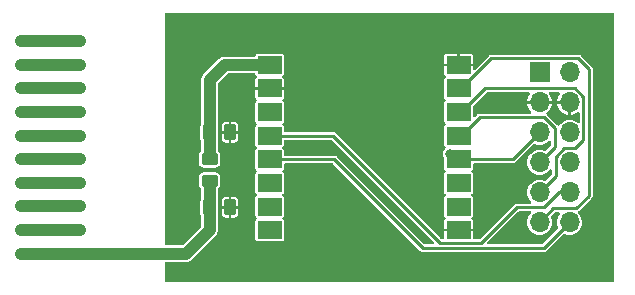
<source format=gbr>
%TF.GenerationSoftware,KiCad,Pcbnew,7.0.10*%
%TF.CreationDate,2024-01-17T20:15:58+01:00*%
%TF.ProjectId,RA01_868,52413031-5f38-4363-982e-6b696361645f,rev?*%
%TF.SameCoordinates,Original*%
%TF.FileFunction,Copper,L1,Top*%
%TF.FilePolarity,Positive*%
%FSLAX46Y46*%
G04 Gerber Fmt 4.6, Leading zero omitted, Abs format (unit mm)*
G04 Created by KiCad (PCBNEW 7.0.10) date 2024-01-17 20:15:58*
%MOMM*%
%LPD*%
G01*
G04 APERTURE LIST*
G04 Aperture macros list*
%AMRoundRect*
0 Rectangle with rounded corners*
0 $1 Rounding radius*
0 $2 $3 $4 $5 $6 $7 $8 $9 X,Y pos of 4 corners*
0 Add a 4 corners polygon primitive as box body*
4,1,4,$2,$3,$4,$5,$6,$7,$8,$9,$2,$3,0*
0 Add four circle primitives for the rounded corners*
1,1,$1+$1,$2,$3*
1,1,$1+$1,$4,$5*
1,1,$1+$1,$6,$7*
1,1,$1+$1,$8,$9*
0 Add four rect primitives between the rounded corners*
20,1,$1+$1,$2,$3,$4,$5,0*
20,1,$1+$1,$4,$5,$6,$7,0*
20,1,$1+$1,$6,$7,$8,$9,0*
20,1,$1+$1,$8,$9,$2,$3,0*%
%AMOutline4P*
0 Free polygon, 4 corners , with rotation*
0 The origin of the aperture is its center*
0 number of corners: always 4*
0 $1 to $8 corner X, Y*
0 $9 Rotation angle, in degrees counterclockwise*
0 create outline with 4 corners*
4,1,4,$1,$2,$3,$4,$5,$6,$7,$8,$1,$2,$9*%
G04 Aperture macros list end*
%TA.AperFunction,EtchedComponent*%
%ADD10C,1.000000*%
%TD*%
%TA.AperFunction,SMDPad,CuDef*%
%ADD11R,2.000000X1.500000*%
%TD*%
%TA.AperFunction,ComponentPad*%
%ADD12R,1.700000X1.700000*%
%TD*%
%TA.AperFunction,ComponentPad*%
%ADD13O,1.700000X1.700000*%
%TD*%
%TA.AperFunction,SMDPad,CuDef*%
%ADD14RoundRect,0.250000X-0.262500X-0.450000X0.262500X-0.450000X0.262500X0.450000X-0.262500X0.450000X0*%
%TD*%
%TA.AperFunction,SMDPad,CuDef*%
%ADD15RoundRect,0.250000X-0.450000X0.262500X-0.450000X-0.262500X0.450000X-0.262500X0.450000X0.262500X0*%
%TD*%
%TA.AperFunction,ComponentPad*%
%ADD16C,1.000000*%
%TD*%
%TA.AperFunction,SMDPad,CuDef*%
%ADD17Outline4P,-0.350000X-0.400000X0.350000X-0.400000X0.050000X0.400000X-0.050000X0.400000X270.000000*%
%TD*%
%TA.AperFunction,ViaPad*%
%ADD18C,0.800000*%
%TD*%
%TA.AperFunction,Conductor*%
%ADD19C,0.250000*%
%TD*%
%TA.AperFunction,Conductor*%
%ADD20C,1.000000*%
%TD*%
G04 APERTURE END LIST*
D10*
%TO.C,AE1*%
X116960000Y-58530000D02*
X105960000Y-58530000D01*
X105960000Y-56530000D02*
X110960000Y-56530000D01*
X105960000Y-54530000D02*
X110960000Y-54530000D01*
X105960000Y-52530000D02*
X110960000Y-52530000D01*
X105960000Y-50530000D02*
X110960000Y-50530000D01*
X105960000Y-48530000D02*
X110960000Y-48530000D01*
X105960000Y-46530000D02*
X110960000Y-46530000D01*
X105960000Y-44530000D02*
X110960000Y-44530000D01*
X105960000Y-42530000D02*
X110960000Y-42530000D01*
X105960000Y-40530000D02*
X110960000Y-40530000D01*
%TD*%
D11*
%TO.P,U1,1,ANT*%
%TO.N,Net-(U1-ANT)*%
X127000000Y-42545000D03*
%TO.P,U1,2,GND*%
%TO.N,GND*%
X127000000Y-44545000D03*
%TO.P,U1,3,VDD*%
%TO.N,VCC*%
X127000000Y-46545000D03*
%TO.P,U1,4,~{RESET}*%
%TO.N,nRESET*%
X127000000Y-48545000D03*
%TO.P,U1,5,DIO0*%
%TO.N,DIO0*%
X127000000Y-50545000D03*
%TO.P,U1,6,DIO1*%
%TO.N,unconnected-(U1-DIO1-Pad6)*%
X127000000Y-52545000D03*
%TO.P,U1,7,DIO2*%
%TO.N,unconnected-(U1-DIO2-Pad7)*%
X127000000Y-54545000D03*
%TO.P,U1,8,DIO3*%
%TO.N,unconnected-(U1-DIO3-Pad8)*%
X127000000Y-56545000D03*
%TO.P,U1,9,GND*%
%TO.N,GND*%
X143000000Y-56545000D03*
%TO.P,U1,10,DIO4*%
%TO.N,unconnected-(U1-DIO4-Pad10)*%
X143000000Y-54545000D03*
%TO.P,U1,11,DIO5*%
%TO.N,unconnected-(U1-DIO5-Pad11)*%
X143000000Y-52545000D03*
%TO.P,U1,12,SCK*%
%TO.N,SCK*%
X143000000Y-50545000D03*
%TO.P,U1,13,MISO*%
%TO.N,MISO*%
X143000000Y-48545000D03*
%TO.P,U1,14,MOSI*%
%TO.N,MOSI*%
X143000000Y-46545000D03*
%TO.P,U1,15,~{NSS}*%
%TO.N,nCS*%
X143000000Y-44545000D03*
%TO.P,U1,16,GND*%
%TO.N,GND*%
X143000000Y-42545000D03*
%TD*%
D12*
%TO.P,J1,1,Pin_1*%
%TO.N,VCC*%
X149860000Y-43180000D03*
D13*
%TO.P,J1,2,Pin_2*%
X152400000Y-43180000D03*
%TO.P,J1,3,Pin_3*%
%TO.N,GND*%
X149860000Y-45720000D03*
%TO.P,J1,4,Pin_4*%
X152400000Y-45720000D03*
%TO.P,J1,5,Pin_5*%
%TO.N,SCK*%
X149860000Y-48260000D03*
%TO.P,J1,6,Pin_6*%
%TO.N,unconnected-(J1-Pin_6-Pad6)*%
X152400000Y-48260000D03*
%TO.P,J1,7,Pin_7*%
%TO.N,MISO*%
X149860000Y-50800000D03*
%TO.P,J1,8,Pin_8*%
%TO.N,nCS2*%
X152400000Y-50800000D03*
%TO.P,J1,9,Pin_9*%
%TO.N,MOSI*%
X149860000Y-53340000D03*
%TO.P,J1,10,Pin_10*%
%TO.N,nRESET*%
X152400000Y-53340000D03*
%TO.P,J1,11,Pin_11*%
%TO.N,nCS*%
X149860000Y-55880000D03*
%TO.P,J1,12,Pin_12*%
%TO.N,DIO0*%
X152400000Y-55880000D03*
%TD*%
D14*
%TO.P,M3,1*%
%TO.N,Net-(AE1-A)*%
X121832500Y-54610000D03*
%TO.P,M3,2*%
%TO.N,GND*%
X123657500Y-54610000D03*
%TD*%
%TO.P,M1,1*%
%TO.N,Net-(U1-ANT)*%
X121832500Y-48260000D03*
%TO.P,M1,2*%
%TO.N,GND*%
X123657500Y-48260000D03*
%TD*%
D15*
%TO.P,M2,1*%
%TO.N,Net-(U1-ANT)*%
X121920000Y-50522500D03*
%TO.P,M2,2*%
%TO.N,Net-(AE1-A)*%
X121920000Y-52347500D03*
%TD*%
D16*
%TO.P,AE1,*%
%TO.N,*%
X105960000Y-58530000D03*
X105960000Y-56530000D03*
X110960000Y-56530000D03*
X105960000Y-54530000D03*
X110960000Y-54530000D03*
X105960000Y-52530000D03*
X110960000Y-52530000D03*
X105960000Y-50530000D03*
X110960000Y-50530000D03*
X105960000Y-48530000D03*
X110960000Y-48530000D03*
X105960000Y-46530000D03*
X110960000Y-46530000D03*
X105960000Y-44530000D03*
X110960000Y-44530000D03*
X105960000Y-42530000D03*
X110960000Y-42530000D03*
X105960000Y-40530000D03*
X110960000Y-40530000D03*
D17*
%TO.P,AE1,1,A*%
%TO.N,Net-(AE1-A)*%
X117660000Y-58530000D03*
%TD*%
D18*
%TO.N,GND*%
X146050000Y-55245000D03*
X148590000Y-57150000D03*
X128905000Y-49530000D03*
%TO.N,MISO*%
X143000000Y-48545000D03*
%TO.N,MOSI*%
X142785000Y-46545000D03*
%TO.N,SCK*%
X142255329Y-50075000D03*
%TO.N,VCC*%
X127000000Y-46545000D03*
%TO.N,GND*%
X142875000Y-38735000D03*
X155575000Y-40005000D03*
X154305000Y-60325000D03*
X155575000Y-56515000D03*
X128905000Y-60325000D03*
X123825000Y-60325000D03*
X155575000Y-55245000D03*
X126365000Y-38735000D03*
X155575000Y-41275000D03*
X130175000Y-38735000D03*
X135255000Y-38735000D03*
X132715000Y-60325000D03*
X149225000Y-60325000D03*
X128905000Y-38735000D03*
X155575000Y-57785000D03*
X139065000Y-60325000D03*
X126365000Y-60325000D03*
X144145000Y-38735000D03*
X150495000Y-38735000D03*
X132715000Y-38735000D03*
X131445000Y-60325000D03*
X155575000Y-59055000D03*
X151765000Y-60325000D03*
X137795000Y-60325000D03*
X122555000Y-38735000D03*
X155575000Y-38735000D03*
X121285000Y-60325000D03*
X153035000Y-60325000D03*
X145415000Y-38735000D03*
X154305000Y-38735000D03*
X127635000Y-38735000D03*
X133985000Y-60325000D03*
X155575000Y-43815000D03*
X144145000Y-60325000D03*
X155575000Y-45085000D03*
X127635000Y-60325000D03*
X155575000Y-53975000D03*
X155575000Y-51435000D03*
X125095000Y-38735000D03*
X150495000Y-60325000D03*
X155575000Y-42545000D03*
X122555000Y-60325000D03*
X151765000Y-38735000D03*
X137795000Y-38735000D03*
X121285000Y-38735000D03*
X153035000Y-38735000D03*
X155575000Y-52705000D03*
X125095000Y-60325000D03*
X142875000Y-60325000D03*
X120015000Y-38735000D03*
X140335000Y-60325000D03*
X130175000Y-60325000D03*
X149225000Y-38735000D03*
X118745000Y-38735000D03*
X155575000Y-50165000D03*
X155575000Y-47625000D03*
X146685000Y-38735000D03*
X118745000Y-60325000D03*
X146685000Y-60325000D03*
X155575000Y-46355000D03*
X135255000Y-60325000D03*
X141605000Y-60325000D03*
X155575000Y-60325000D03*
X136525000Y-38735000D03*
X133985000Y-38735000D03*
X155575000Y-48895000D03*
X139065000Y-38735000D03*
X120015000Y-60325000D03*
X123825000Y-38735000D03*
X145415000Y-60325000D03*
X141605000Y-38735000D03*
X147955000Y-38735000D03*
X147955000Y-60325000D03*
X136525000Y-60325000D03*
X140335000Y-38735000D03*
X131445000Y-38735000D03*
%TD*%
D19*
%TO.N,nRESET*%
X150251701Y-54610000D02*
X147955000Y-54610000D01*
X127000000Y-48545000D02*
X132365000Y-48545000D01*
X132365000Y-48545000D02*
X141440000Y-57620000D01*
X141440000Y-57620000D02*
X144945000Y-57620000D01*
X144945000Y-57620000D02*
X147955000Y-54610000D01*
%TO.N,DIO0*%
X127000000Y-50545000D02*
X132460000Y-50545000D01*
X132460000Y-50545000D02*
X139985000Y-58070000D01*
X139985000Y-58070000D02*
X150210000Y-58070000D01*
X150210000Y-58070000D02*
X152400000Y-55880000D01*
%TO.N,nRESET*%
X152400000Y-53340000D02*
X151521701Y-53340000D01*
X151521701Y-53340000D02*
X150251701Y-54610000D01*
%TO.N,nCS*%
X143000000Y-44545000D02*
X143250000Y-44545000D01*
X143250000Y-44545000D02*
X145790000Y-42005000D01*
X145790000Y-42005000D02*
X153130000Y-42005000D01*
X154025000Y-42900000D02*
X154025000Y-53620000D01*
X153130000Y-42005000D02*
X154025000Y-42900000D01*
X154025000Y-53620000D02*
X152940000Y-54705000D01*
X152940000Y-54705000D02*
X151035000Y-54705000D01*
X151035000Y-54705000D02*
X149860000Y-55880000D01*
%TO.N,MOSI*%
X143000000Y-46545000D02*
X143250000Y-46545000D01*
X152886701Y-49625000D02*
X151913299Y-49625000D01*
X151913299Y-49625000D02*
X151225000Y-50313299D01*
X143250000Y-46545000D02*
X145250000Y-44545000D01*
X145250000Y-44545000D02*
X152886701Y-44545000D01*
X152886701Y-44545000D02*
X153575000Y-45233299D01*
X153575000Y-45233299D02*
X153575000Y-48936701D01*
X153575000Y-48936701D02*
X152886701Y-49625000D01*
X151225000Y-50313299D02*
X151225000Y-51975000D01*
X151225000Y-51975000D02*
X149860000Y-53340000D01*
%TO.N,MISO*%
X143000000Y-48545000D02*
X143250000Y-48545000D01*
X143250000Y-48545000D02*
X144805000Y-46990000D01*
X151130000Y-47868299D02*
X151130000Y-49530000D01*
X144805000Y-46990000D02*
X150251701Y-46990000D01*
X150251701Y-46990000D02*
X151130000Y-47868299D01*
X151130000Y-49530000D02*
X149860000Y-50800000D01*
%TO.N,SCK*%
X143000000Y-50545000D02*
X147575000Y-50545000D01*
X147575000Y-50545000D02*
X149860000Y-48260000D01*
%TO.N,GND*%
X149860000Y-45720000D02*
X152400000Y-45720000D01*
D20*
%TO.N,Net-(AE1-A)*%
X115000000Y-58530000D02*
X119905000Y-58530000D01*
X119905000Y-58530000D02*
X121920000Y-56515000D01*
X121920000Y-56515000D02*
X121920000Y-52895000D01*
%TO.N,Net-(U1-ANT)*%
X126350000Y-42545000D02*
X126365000Y-42530000D01*
X121920000Y-43815000D02*
X121920000Y-50522500D01*
X123190000Y-42545000D02*
X126350000Y-42545000D01*
X121920000Y-43815000D02*
X123190000Y-42545000D01*
%TD*%
%TA.AperFunction,Conductor*%
%TO.N,GND*%
G36*
X132247357Y-48889407D02*
G01*
X132259170Y-48899496D01*
X140935170Y-57575496D01*
X140962947Y-57630013D01*
X140953376Y-57690445D01*
X140910111Y-57733710D01*
X140865166Y-57744500D01*
X140160834Y-57744500D01*
X140102643Y-57725593D01*
X140090830Y-57715504D01*
X132703268Y-50327942D01*
X132697434Y-50321574D01*
X132672456Y-50291806D01*
X132638795Y-50272372D01*
X132631512Y-50267732D01*
X132599685Y-50245446D01*
X132599679Y-50245443D01*
X132598224Y-50245054D01*
X132574348Y-50235164D01*
X132573045Y-50234411D01*
X132534779Y-50227664D01*
X132526350Y-50225795D01*
X132498305Y-50218281D01*
X132488807Y-50215736D01*
X132488806Y-50215736D01*
X132488805Y-50215736D01*
X132450095Y-50219123D01*
X132441466Y-50219500D01*
X128299500Y-50219500D01*
X128241309Y-50200593D01*
X128205345Y-50151093D01*
X128200500Y-50120500D01*
X128200500Y-49775253D01*
X128200498Y-49775241D01*
X128197711Y-49761231D01*
X128188867Y-49716769D01*
X128144552Y-49650448D01*
X128109930Y-49627314D01*
X128072052Y-49579265D01*
X128069650Y-49518127D01*
X128103643Y-49467254D01*
X128109924Y-49462689D01*
X128144552Y-49439552D01*
X128188867Y-49373231D01*
X128200500Y-49314748D01*
X128200500Y-48969500D01*
X128219407Y-48911309D01*
X128268907Y-48875345D01*
X128299500Y-48870500D01*
X132189166Y-48870500D01*
X132247357Y-48889407D01*
G37*
%TD.AperFunction*%
%TA.AperFunction,Conductor*%
G36*
X149136468Y-54954407D02*
G01*
X149172432Y-55003907D01*
X149172432Y-55065093D01*
X149141082Y-55111028D01*
X149113595Y-55133585D01*
X149113585Y-55133595D01*
X148982316Y-55293547D01*
X148884768Y-55476045D01*
X148824699Y-55674065D01*
X148824698Y-55674070D01*
X148804417Y-55879996D01*
X148804417Y-55880003D01*
X148824698Y-56085929D01*
X148824699Y-56085934D01*
X148884768Y-56283954D01*
X148982316Y-56466452D01*
X149111130Y-56623413D01*
X149113590Y-56626410D01*
X149113595Y-56626414D01*
X149273547Y-56757683D01*
X149273548Y-56757683D01*
X149273550Y-56757685D01*
X149456046Y-56855232D01*
X149537901Y-56880062D01*
X149654065Y-56915300D01*
X149654070Y-56915301D01*
X149859997Y-56935583D01*
X149860000Y-56935583D01*
X149860003Y-56935583D01*
X150065929Y-56915301D01*
X150065934Y-56915300D01*
X150263954Y-56855232D01*
X150446450Y-56757685D01*
X150606410Y-56626410D01*
X150737685Y-56466450D01*
X150835232Y-56283954D01*
X150895300Y-56085934D01*
X150895301Y-56085929D01*
X150915583Y-55880003D01*
X150915583Y-55879996D01*
X150895301Y-55674070D01*
X150895300Y-55674065D01*
X150847997Y-55518127D01*
X150835232Y-55476046D01*
X150831196Y-55468496D01*
X150820438Y-55408267D01*
X150847137Y-55353214D01*
X150848444Y-55351880D01*
X151140830Y-55059496D01*
X151195346Y-55031719D01*
X151210833Y-55030500D01*
X151528876Y-55030500D01*
X151587067Y-55049407D01*
X151623031Y-55098907D01*
X151623031Y-55160093D01*
X151605404Y-55192305D01*
X151522317Y-55293547D01*
X151522316Y-55293547D01*
X151424768Y-55476045D01*
X151364699Y-55674065D01*
X151364698Y-55674070D01*
X151344417Y-55879996D01*
X151344417Y-55880003D01*
X151364698Y-56085929D01*
X151364699Y-56085934D01*
X151406837Y-56224843D01*
X151424768Y-56283954D01*
X151428802Y-56291501D01*
X151439560Y-56351732D01*
X151412860Y-56406785D01*
X151411497Y-56408175D01*
X150104170Y-57715504D01*
X150049653Y-57743281D01*
X150034166Y-57744500D01*
X145519834Y-57744500D01*
X145461643Y-57725593D01*
X145425679Y-57676093D01*
X145425679Y-57614907D01*
X145449830Y-57575496D01*
X148060830Y-54964496D01*
X148115347Y-54936719D01*
X148130834Y-54935500D01*
X149078277Y-54935500D01*
X149136468Y-54954407D01*
G37*
%TD.AperFunction*%
%TA.AperFunction,Conductor*%
G36*
X151587713Y-44889407D02*
G01*
X151623677Y-44938907D01*
X151623677Y-45000093D01*
X151606050Y-45032305D01*
X151522731Y-45133829D01*
X151522724Y-45133839D01*
X151425234Y-45316232D01*
X151425232Y-45316237D01*
X151365191Y-45514163D01*
X151365190Y-45514168D01*
X151354767Y-45619999D01*
X151354768Y-45620000D01*
X151908254Y-45620000D01*
X151900000Y-45648111D01*
X151900000Y-45791889D01*
X151908254Y-45820000D01*
X151354767Y-45820000D01*
X151365190Y-45925831D01*
X151365191Y-45925836D01*
X151425232Y-46123762D01*
X151425234Y-46123767D01*
X151522724Y-46306160D01*
X151522731Y-46306170D01*
X151653940Y-46466050D01*
X151653949Y-46466059D01*
X151813829Y-46597268D01*
X151813839Y-46597275D01*
X151996232Y-46694765D01*
X151996237Y-46694767D01*
X152194166Y-46754808D01*
X152299998Y-46765231D01*
X152300000Y-46765230D01*
X152300000Y-46210764D01*
X152364237Y-46220000D01*
X152435763Y-46220000D01*
X152500000Y-46210764D01*
X152500000Y-46765230D01*
X152500001Y-46765231D01*
X152605833Y-46754808D01*
X152803762Y-46694767D01*
X152803767Y-46694765D01*
X152986160Y-46597275D01*
X152986170Y-46597268D01*
X153087695Y-46513950D01*
X153144672Y-46491650D01*
X153203875Y-46507099D01*
X153242690Y-46554396D01*
X153249500Y-46590478D01*
X153249500Y-47388876D01*
X153230593Y-47447067D01*
X153181093Y-47483031D01*
X153119907Y-47483031D01*
X153087695Y-47465404D01*
X153017326Y-47407654D01*
X152986452Y-47382316D01*
X152803954Y-47284768D01*
X152605934Y-47224699D01*
X152605929Y-47224698D01*
X152400003Y-47204417D01*
X152399997Y-47204417D01*
X152194070Y-47224698D01*
X152194065Y-47224699D01*
X151996045Y-47284768D01*
X151813547Y-47382316D01*
X151653595Y-47513585D01*
X151653585Y-47513595D01*
X151536555Y-47656198D01*
X151485024Y-47689185D01*
X151423945Y-47685583D01*
X151390002Y-47661204D01*
X151389829Y-47661411D01*
X151387091Y-47659113D01*
X151384190Y-47657030D01*
X151383195Y-47655844D01*
X151353434Y-47630872D01*
X151347066Y-47625038D01*
X150494969Y-46772942D01*
X150489135Y-46766574D01*
X150464156Y-46736805D01*
X150462581Y-46735484D01*
X150461221Y-46733308D01*
X150458589Y-46730171D01*
X150459029Y-46729801D01*
X150430158Y-46683596D01*
X150434426Y-46622560D01*
X150463413Y-46583117D01*
X150606052Y-46466057D01*
X150606059Y-46466050D01*
X150737268Y-46306170D01*
X150737275Y-46306160D01*
X150834765Y-46123767D01*
X150834767Y-46123762D01*
X150894808Y-45925836D01*
X150894809Y-45925831D01*
X150905232Y-45820000D01*
X150351746Y-45820000D01*
X150360000Y-45791889D01*
X150360000Y-45648111D01*
X150351746Y-45620000D01*
X150905232Y-45620000D01*
X150905232Y-45619999D01*
X150894809Y-45514168D01*
X150894808Y-45514163D01*
X150834767Y-45316237D01*
X150834765Y-45316232D01*
X150737275Y-45133839D01*
X150737268Y-45133829D01*
X150653950Y-45032305D01*
X150631650Y-44975328D01*
X150647099Y-44916125D01*
X150694396Y-44877310D01*
X150730478Y-44870500D01*
X151529522Y-44870500D01*
X151587713Y-44889407D01*
G37*
%TD.AperFunction*%
%TA.AperFunction,Conductor*%
G36*
X149047713Y-44889407D02*
G01*
X149083677Y-44938907D01*
X149083677Y-45000093D01*
X149066050Y-45032305D01*
X148982731Y-45133829D01*
X148982724Y-45133839D01*
X148885234Y-45316232D01*
X148885232Y-45316237D01*
X148825191Y-45514163D01*
X148825190Y-45514168D01*
X148814767Y-45619999D01*
X148814768Y-45620000D01*
X149368254Y-45620000D01*
X149360000Y-45648111D01*
X149360000Y-45791889D01*
X149368254Y-45820000D01*
X148814767Y-45820000D01*
X148825190Y-45925831D01*
X148825191Y-45925836D01*
X148885232Y-46123762D01*
X148885234Y-46123767D01*
X148982724Y-46306160D01*
X148982731Y-46306170D01*
X149113940Y-46466050D01*
X149113953Y-46466063D01*
X149141868Y-46488972D01*
X149174856Y-46540503D01*
X149171255Y-46601582D01*
X149132439Y-46648879D01*
X149079064Y-46664500D01*
X144823534Y-46664500D01*
X144814905Y-46664123D01*
X144776194Y-46660736D01*
X144776187Y-46660736D01*
X144738649Y-46670794D01*
X144730223Y-46672662D01*
X144691960Y-46679410D01*
X144691948Y-46679414D01*
X144690640Y-46680170D01*
X144666786Y-46690051D01*
X144665324Y-46690442D01*
X144665317Y-46690445D01*
X144665316Y-46690446D01*
X144633475Y-46712740D01*
X144626205Y-46717371D01*
X144592545Y-46736805D01*
X144567563Y-46766577D01*
X144561730Y-46772942D01*
X144369504Y-46965169D01*
X144314987Y-46992947D01*
X144254555Y-46983376D01*
X144211290Y-46940111D01*
X144200500Y-46895166D01*
X144200500Y-46095834D01*
X144219407Y-46037643D01*
X144229496Y-46025830D01*
X145355830Y-44899496D01*
X145410347Y-44871719D01*
X145425834Y-44870500D01*
X148989522Y-44870500D01*
X149047713Y-44889407D01*
G37*
%TD.AperFunction*%
%TA.AperFunction,Conductor*%
G36*
X156143691Y-38144407D02*
G01*
X156179655Y-38193907D01*
X156184500Y-38224500D01*
X156184500Y-60835500D01*
X156165593Y-60893691D01*
X156116093Y-60929655D01*
X156085500Y-60934500D01*
X118209000Y-60934500D01*
X118150809Y-60915593D01*
X118114845Y-60866093D01*
X118110000Y-60835500D01*
X118110000Y-59329500D01*
X118128907Y-59271309D01*
X118178407Y-59235345D01*
X118209000Y-59230500D01*
X119880845Y-59230500D01*
X119886822Y-59230680D01*
X119916656Y-59232485D01*
X119947605Y-59234358D01*
X119947605Y-59234357D01*
X119947606Y-59234358D01*
X120007539Y-59223374D01*
X120013419Y-59222479D01*
X120073872Y-59215140D01*
X120085462Y-59210744D01*
X120102725Y-59205931D01*
X120114932Y-59203695D01*
X120170487Y-59178690D01*
X120176003Y-59176407D01*
X120177896Y-59175689D01*
X120232930Y-59154818D01*
X120243142Y-59147768D01*
X120258750Y-59138965D01*
X120270057Y-59133878D01*
X120270057Y-59133877D01*
X120270059Y-59133877D01*
X120317995Y-59096321D01*
X120322813Y-59092775D01*
X120372929Y-59058183D01*
X120413312Y-59012598D01*
X120417378Y-59008277D01*
X122110909Y-57314746D01*
X125799500Y-57314746D01*
X125799501Y-57314758D01*
X125811132Y-57373227D01*
X125811133Y-57373231D01*
X125855448Y-57439552D01*
X125921769Y-57483867D01*
X125966231Y-57492711D01*
X125980241Y-57495498D01*
X125980246Y-57495498D01*
X125980252Y-57495500D01*
X125980253Y-57495500D01*
X128019747Y-57495500D01*
X128019748Y-57495500D01*
X128078231Y-57483867D01*
X128144552Y-57439552D01*
X128188867Y-57373231D01*
X128200500Y-57314748D01*
X128200500Y-55775252D01*
X128188867Y-55716769D01*
X128144552Y-55650448D01*
X128109930Y-55627314D01*
X128072052Y-55579265D01*
X128069650Y-55518127D01*
X128103643Y-55467254D01*
X128109924Y-55462689D01*
X128144552Y-55439552D01*
X128188867Y-55373231D01*
X128200500Y-55314748D01*
X128200500Y-53775252D01*
X128188867Y-53716769D01*
X128144552Y-53650448D01*
X128109930Y-53627314D01*
X128072052Y-53579265D01*
X128069650Y-53518127D01*
X128103643Y-53467254D01*
X128109924Y-53462689D01*
X128144552Y-53439552D01*
X128188867Y-53373231D01*
X128200500Y-53314748D01*
X128200500Y-51775252D01*
X128188867Y-51716769D01*
X128144552Y-51650448D01*
X128109930Y-51627314D01*
X128072052Y-51579265D01*
X128069650Y-51518127D01*
X128103643Y-51467254D01*
X128109924Y-51462689D01*
X128144552Y-51439552D01*
X128188867Y-51373231D01*
X128200500Y-51314748D01*
X128200500Y-50969500D01*
X128219407Y-50911309D01*
X128268907Y-50875345D01*
X128299500Y-50870500D01*
X132284166Y-50870500D01*
X132342357Y-50889407D01*
X132354170Y-50899496D01*
X139741730Y-58287056D01*
X139747564Y-58293423D01*
X139772545Y-58323194D01*
X139806209Y-58342630D01*
X139813482Y-58347264D01*
X139834173Y-58361752D01*
X139845316Y-58369554D01*
X139846767Y-58369942D01*
X139870659Y-58379840D01*
X139871954Y-58380588D01*
X139910220Y-58387335D01*
X139918652Y-58389204D01*
X139956193Y-58399264D01*
X139994905Y-58395876D01*
X140003534Y-58395500D01*
X150191466Y-58395500D01*
X150200094Y-58395876D01*
X150238807Y-58399264D01*
X150276354Y-58389202D01*
X150284784Y-58387334D01*
X150323045Y-58380588D01*
X150324345Y-58379838D01*
X150348236Y-58369942D01*
X150348464Y-58369880D01*
X150349684Y-58369554D01*
X150381533Y-58347251D01*
X150388779Y-58342635D01*
X150422455Y-58323194D01*
X150447443Y-58293413D01*
X150453254Y-58287070D01*
X151871824Y-56868500D01*
X151926339Y-56840725D01*
X151986771Y-56850296D01*
X151988493Y-56851195D01*
X151996046Y-56855232D01*
X152077884Y-56880057D01*
X152194065Y-56915300D01*
X152194070Y-56915301D01*
X152399997Y-56935583D01*
X152400000Y-56935583D01*
X152400003Y-56935583D01*
X152605929Y-56915301D01*
X152605934Y-56915300D01*
X152803954Y-56855232D01*
X152986450Y-56757685D01*
X153146410Y-56626410D01*
X153277685Y-56466450D01*
X153375232Y-56283954D01*
X153435300Y-56085934D01*
X153435301Y-56085929D01*
X153455583Y-55880003D01*
X153455583Y-55879996D01*
X153435301Y-55674070D01*
X153435300Y-55674065D01*
X153404301Y-55571874D01*
X153375232Y-55476046D01*
X153277685Y-55293550D01*
X153260723Y-55272882D01*
X153146414Y-55133595D01*
X153146410Y-55133590D01*
X153134016Y-55123418D01*
X153101030Y-55071888D01*
X153104633Y-55010809D01*
X153143449Y-54963512D01*
X153147289Y-54961176D01*
X153152455Y-54958194D01*
X153177443Y-54928413D01*
X153183254Y-54922070D01*
X154242066Y-53863258D01*
X154248425Y-53857433D01*
X154278194Y-53832455D01*
X154297635Y-53798779D01*
X154302251Y-53791533D01*
X154324554Y-53759684D01*
X154324942Y-53758236D01*
X154334838Y-53734345D01*
X154335588Y-53733045D01*
X154342334Y-53694784D01*
X154344204Y-53686348D01*
X154354264Y-53648807D01*
X154350877Y-53610091D01*
X154350500Y-53601463D01*
X154350500Y-42918524D01*
X154350877Y-42909895D01*
X154354263Y-42871193D01*
X154344201Y-42833642D01*
X154342335Y-42825224D01*
X154335588Y-42786954D01*
X154334840Y-42785659D01*
X154324942Y-42761767D01*
X154324554Y-42760316D01*
X154302264Y-42728482D01*
X154297630Y-42721209D01*
X154278194Y-42687545D01*
X154248428Y-42662568D01*
X154242060Y-42656734D01*
X153373268Y-41787942D01*
X153367434Y-41781574D01*
X153342456Y-41751806D01*
X153308795Y-41732372D01*
X153301512Y-41727732D01*
X153269685Y-41705446D01*
X153269679Y-41705443D01*
X153268224Y-41705054D01*
X153244348Y-41695164D01*
X153243045Y-41694411D01*
X153204779Y-41687664D01*
X153196350Y-41685795D01*
X153171448Y-41679123D01*
X153158807Y-41675736D01*
X153158806Y-41675736D01*
X153158805Y-41675736D01*
X153120095Y-41679123D01*
X153111466Y-41679500D01*
X145808522Y-41679500D01*
X145799893Y-41679123D01*
X145761194Y-41675737D01*
X145761185Y-41675737D01*
X145723659Y-41685792D01*
X145715235Y-41687660D01*
X145676958Y-41694410D01*
X145676951Y-41694413D01*
X145675632Y-41695175D01*
X145651790Y-41705050D01*
X145650326Y-41705442D01*
X145650312Y-41705448D01*
X145618488Y-41727731D01*
X145611209Y-41732368D01*
X145577546Y-41751804D01*
X145552574Y-41781564D01*
X145546741Y-41787930D01*
X144369004Y-42965668D01*
X144314487Y-42993445D01*
X144254055Y-42983874D01*
X144210790Y-42940609D01*
X144200000Y-42895664D01*
X144200000Y-42645001D01*
X144199999Y-42645000D01*
X141800001Y-42645000D01*
X141800000Y-42645001D01*
X141800000Y-43314700D01*
X141811603Y-43373036D01*
X141855806Y-43439189D01*
X141855810Y-43439193D01*
X141890517Y-43462384D01*
X141928396Y-43510434D01*
X141930798Y-43571572D01*
X141896805Y-43622446D01*
X141890519Y-43627013D01*
X141855450Y-43650446D01*
X141855445Y-43650451D01*
X141811134Y-43716766D01*
X141811132Y-43716772D01*
X141799501Y-43775241D01*
X141799500Y-43775253D01*
X141799500Y-45314746D01*
X141799501Y-45314758D01*
X141811132Y-45373227D01*
X141811134Y-45373233D01*
X141855205Y-45439189D01*
X141855448Y-45439552D01*
X141855451Y-45439554D01*
X141890068Y-45462685D01*
X141927947Y-45510736D01*
X141930349Y-45571874D01*
X141896355Y-45622747D01*
X141890068Y-45627315D01*
X141855451Y-45650445D01*
X141855445Y-45650451D01*
X141811134Y-45716766D01*
X141811132Y-45716772D01*
X141799501Y-45775241D01*
X141799500Y-45775253D01*
X141799500Y-47314746D01*
X141799501Y-47314758D01*
X141811132Y-47373227D01*
X141811134Y-47373233D01*
X141834134Y-47407654D01*
X141855448Y-47439552D01*
X141855451Y-47439554D01*
X141890068Y-47462685D01*
X141927947Y-47510736D01*
X141930349Y-47571874D01*
X141896355Y-47622747D01*
X141890068Y-47627315D01*
X141855451Y-47650445D01*
X141855445Y-47650451D01*
X141811134Y-47716766D01*
X141811132Y-47716772D01*
X141799501Y-47775241D01*
X141799500Y-47775253D01*
X141799500Y-49314746D01*
X141799501Y-49314758D01*
X141811132Y-49373227D01*
X141811134Y-49373233D01*
X141845169Y-49424169D01*
X141855448Y-49439552D01*
X141869712Y-49449083D01*
X141907591Y-49497133D01*
X141909993Y-49558271D01*
X141876000Y-49609145D01*
X141874977Y-49609940D01*
X141827052Y-49646713D01*
X141827042Y-49646723D01*
X141730791Y-49772160D01*
X141730791Y-49772161D01*
X141670286Y-49918233D01*
X141670284Y-49918241D01*
X141649647Y-50074999D01*
X141649647Y-50075000D01*
X141670284Y-50231758D01*
X141670286Y-50231766D01*
X141730791Y-50377838D01*
X141730792Y-50377840D01*
X141730793Y-50377841D01*
X141779042Y-50440720D01*
X141799466Y-50498395D01*
X141799500Y-50500987D01*
X141799500Y-51314746D01*
X141799501Y-51314758D01*
X141811132Y-51373227D01*
X141811134Y-51373233D01*
X141842913Y-51420793D01*
X141855448Y-51439552D01*
X141855451Y-51439554D01*
X141890068Y-51462685D01*
X141927947Y-51510736D01*
X141930349Y-51571874D01*
X141896355Y-51622747D01*
X141890068Y-51627315D01*
X141855451Y-51650445D01*
X141855445Y-51650451D01*
X141811134Y-51716766D01*
X141811132Y-51716772D01*
X141799501Y-51775241D01*
X141799500Y-51775253D01*
X141799500Y-53314746D01*
X141799501Y-53314758D01*
X141805102Y-53342913D01*
X141811133Y-53373231D01*
X141855448Y-53439552D01*
X141855451Y-53439554D01*
X141890068Y-53462685D01*
X141927947Y-53510736D01*
X141930349Y-53571874D01*
X141896355Y-53622747D01*
X141890068Y-53627315D01*
X141855451Y-53650445D01*
X141855445Y-53650451D01*
X141811134Y-53716766D01*
X141811132Y-53716772D01*
X141799501Y-53775241D01*
X141799500Y-53775253D01*
X141799500Y-55314746D01*
X141799501Y-55314758D01*
X141811132Y-55373227D01*
X141811134Y-55373233D01*
X141855445Y-55439548D01*
X141855448Y-55439552D01*
X141855451Y-55439554D01*
X141890517Y-55462985D01*
X141928396Y-55511035D01*
X141930798Y-55572174D01*
X141896804Y-55623047D01*
X141890518Y-55627614D01*
X141855812Y-55650804D01*
X141855806Y-55650810D01*
X141811603Y-55716963D01*
X141800000Y-55775299D01*
X141800000Y-56444999D01*
X141800001Y-56445000D01*
X144199999Y-56445000D01*
X144200000Y-56444999D01*
X144200000Y-55775302D01*
X144199999Y-55775299D01*
X144188396Y-55716963D01*
X144144193Y-55650810D01*
X144144188Y-55650805D01*
X144109482Y-55627615D01*
X144071603Y-55579565D01*
X144069201Y-55518426D01*
X144103194Y-55467553D01*
X144109474Y-55462990D01*
X144144552Y-55439552D01*
X144188867Y-55373231D01*
X144200500Y-55314748D01*
X144200500Y-53775252D01*
X144188867Y-53716769D01*
X144144552Y-53650448D01*
X144109930Y-53627314D01*
X144072052Y-53579265D01*
X144069650Y-53518127D01*
X144103643Y-53467254D01*
X144109924Y-53462689D01*
X144144552Y-53439552D01*
X144188867Y-53373231D01*
X144200500Y-53314748D01*
X144200500Y-51775252D01*
X144188867Y-51716769D01*
X144144552Y-51650448D01*
X144109930Y-51627314D01*
X144072052Y-51579265D01*
X144069650Y-51518127D01*
X144103643Y-51467254D01*
X144109924Y-51462689D01*
X144144552Y-51439552D01*
X144188867Y-51373231D01*
X144200500Y-51314748D01*
X144200500Y-50969500D01*
X144219407Y-50911309D01*
X144268907Y-50875345D01*
X144299500Y-50870500D01*
X147556466Y-50870500D01*
X147565094Y-50870876D01*
X147603807Y-50874264D01*
X147641354Y-50864202D01*
X147649784Y-50862334D01*
X147688045Y-50855588D01*
X147689345Y-50854838D01*
X147713236Y-50844942D01*
X147713464Y-50844880D01*
X147714684Y-50844554D01*
X147746533Y-50822251D01*
X147753779Y-50817635D01*
X147787455Y-50798194D01*
X147812443Y-50768413D01*
X147818254Y-50762070D01*
X149331824Y-49248500D01*
X149386339Y-49220725D01*
X149446771Y-49230296D01*
X149448493Y-49231195D01*
X149456046Y-49235232D01*
X149567841Y-49269144D01*
X149654065Y-49295300D01*
X149654070Y-49295301D01*
X149859997Y-49315583D01*
X149860000Y-49315583D01*
X149860003Y-49315583D01*
X150065929Y-49295301D01*
X150065934Y-49295300D01*
X150069751Y-49294142D01*
X150263954Y-49235232D01*
X150446450Y-49137685D01*
X150606410Y-49006410D01*
X150628973Y-48978916D01*
X150680502Y-48945930D01*
X150741581Y-48949531D01*
X150788879Y-48988346D01*
X150804500Y-49041722D01*
X150804500Y-49354165D01*
X150785593Y-49412356D01*
X150775504Y-49424168D01*
X150388174Y-49811497D01*
X150333659Y-49839274D01*
X150273227Y-49829703D01*
X150271504Y-49828803D01*
X150263959Y-49824770D01*
X150263954Y-49824768D01*
X150065934Y-49764699D01*
X150065929Y-49764698D01*
X149860003Y-49744417D01*
X149859997Y-49744417D01*
X149654070Y-49764698D01*
X149654065Y-49764699D01*
X149456045Y-49824768D01*
X149273547Y-49922316D01*
X149113595Y-50053585D01*
X149113585Y-50053595D01*
X148982316Y-50213547D01*
X148884768Y-50396045D01*
X148824699Y-50594065D01*
X148824698Y-50594070D01*
X148804417Y-50799996D01*
X148804417Y-50800003D01*
X148824698Y-51005929D01*
X148824699Y-51005934D01*
X148884768Y-51203954D01*
X148982316Y-51386452D01*
X149071809Y-51495500D01*
X149113590Y-51546410D01*
X149113595Y-51546414D01*
X149273547Y-51677683D01*
X149273548Y-51677683D01*
X149273550Y-51677685D01*
X149456046Y-51775232D01*
X149593997Y-51817078D01*
X149654065Y-51835300D01*
X149654070Y-51835301D01*
X149859997Y-51855583D01*
X149860000Y-51855583D01*
X149860003Y-51855583D01*
X150065929Y-51835301D01*
X150065934Y-51835300D01*
X150263954Y-51775232D01*
X150446450Y-51677685D01*
X150606410Y-51546410D01*
X150723972Y-51403158D01*
X150775503Y-51370172D01*
X150836582Y-51373774D01*
X150883879Y-51412589D01*
X150899500Y-51465964D01*
X150899500Y-51799165D01*
X150880593Y-51857356D01*
X150870503Y-51869169D01*
X150388174Y-52351497D01*
X150333658Y-52379274D01*
X150273226Y-52369703D01*
X150271548Y-52368827D01*
X150263954Y-52364768D01*
X150217865Y-52350787D01*
X150065934Y-52304699D01*
X150065929Y-52304698D01*
X149860003Y-52284417D01*
X149859997Y-52284417D01*
X149654070Y-52304698D01*
X149654065Y-52304699D01*
X149456045Y-52364768D01*
X149273547Y-52462316D01*
X149113595Y-52593585D01*
X149113585Y-52593595D01*
X148982316Y-52753547D01*
X148884768Y-52936045D01*
X148824699Y-53134065D01*
X148824698Y-53134070D01*
X148804417Y-53339996D01*
X148804417Y-53340003D01*
X148824698Y-53545929D01*
X148824699Y-53545934D01*
X148884768Y-53743954D01*
X148982316Y-53926452D01*
X149113585Y-54086404D01*
X149113590Y-54086410D01*
X149113595Y-54086414D01*
X149141082Y-54108972D01*
X149174069Y-54160503D01*
X149170467Y-54221583D01*
X149131652Y-54268879D01*
X149078277Y-54284500D01*
X147973534Y-54284500D01*
X147964905Y-54284123D01*
X147926194Y-54280736D01*
X147926187Y-54280736D01*
X147888649Y-54290794D01*
X147880223Y-54292662D01*
X147841960Y-54299410D01*
X147841948Y-54299414D01*
X147840640Y-54300170D01*
X147816786Y-54310051D01*
X147815324Y-54310442D01*
X147815317Y-54310445D01*
X147815316Y-54310446D01*
X147783475Y-54332740D01*
X147776205Y-54337371D01*
X147742545Y-54356805D01*
X147717569Y-54386570D01*
X147711736Y-54392936D01*
X144839170Y-57265504D01*
X144784653Y-57293281D01*
X144769166Y-57294500D01*
X144299000Y-57294500D01*
X144240809Y-57275593D01*
X144204845Y-57226093D01*
X144200000Y-57195500D01*
X144200000Y-56645001D01*
X144199999Y-56645000D01*
X141800001Y-56645000D01*
X141800000Y-56645001D01*
X141800000Y-57195500D01*
X141781093Y-57253691D01*
X141731593Y-57289655D01*
X141701000Y-57294500D01*
X141615834Y-57294500D01*
X141557643Y-57275593D01*
X141545830Y-57265504D01*
X132608268Y-48327942D01*
X132602434Y-48321574D01*
X132577456Y-48291806D01*
X132543795Y-48272372D01*
X132536512Y-48267732D01*
X132504685Y-48245446D01*
X132504679Y-48245443D01*
X132503224Y-48245054D01*
X132479348Y-48235164D01*
X132478045Y-48234411D01*
X132439779Y-48227664D01*
X132431350Y-48225795D01*
X132406448Y-48219123D01*
X132393807Y-48215736D01*
X132393806Y-48215736D01*
X132393805Y-48215736D01*
X132355095Y-48219123D01*
X132346466Y-48219500D01*
X128299500Y-48219500D01*
X128241309Y-48200593D01*
X128205345Y-48151093D01*
X128200500Y-48120500D01*
X128200500Y-47775253D01*
X128200498Y-47775241D01*
X128191223Y-47728615D01*
X128188867Y-47716769D01*
X128144552Y-47650448D01*
X128109930Y-47627314D01*
X128072052Y-47579265D01*
X128069650Y-47518127D01*
X128103643Y-47467254D01*
X128109924Y-47462689D01*
X128144552Y-47439552D01*
X128188867Y-47373231D01*
X128200500Y-47314748D01*
X128200500Y-45775252D01*
X128188867Y-45716769D01*
X128144552Y-45650448D01*
X128109480Y-45627013D01*
X128071602Y-45578963D01*
X128069201Y-45517825D01*
X128103195Y-45466952D01*
X128109483Y-45462383D01*
X128144190Y-45439192D01*
X128144193Y-45439189D01*
X128188396Y-45373036D01*
X128199999Y-45314700D01*
X128200000Y-45314697D01*
X128200000Y-44645001D01*
X128199999Y-44645000D01*
X125800001Y-44645000D01*
X125800000Y-44645001D01*
X125800000Y-45314700D01*
X125811603Y-45373036D01*
X125855806Y-45439189D01*
X125855810Y-45439193D01*
X125890517Y-45462384D01*
X125928396Y-45510434D01*
X125930798Y-45571572D01*
X125896805Y-45622446D01*
X125890519Y-45627013D01*
X125855450Y-45650446D01*
X125855445Y-45650451D01*
X125811134Y-45716766D01*
X125811132Y-45716772D01*
X125799501Y-45775241D01*
X125799500Y-45775253D01*
X125799500Y-47314746D01*
X125799501Y-47314758D01*
X125811132Y-47373227D01*
X125811134Y-47373233D01*
X125834134Y-47407654D01*
X125855448Y-47439552D01*
X125855451Y-47439554D01*
X125890068Y-47462685D01*
X125927947Y-47510736D01*
X125930349Y-47571874D01*
X125896355Y-47622747D01*
X125890068Y-47627315D01*
X125855451Y-47650445D01*
X125855445Y-47650451D01*
X125811134Y-47716766D01*
X125811132Y-47716772D01*
X125799501Y-47775241D01*
X125799500Y-47775253D01*
X125799500Y-49314746D01*
X125799501Y-49314758D01*
X125811132Y-49373227D01*
X125811134Y-49373233D01*
X125845169Y-49424169D01*
X125855448Y-49439552D01*
X125855451Y-49439554D01*
X125890068Y-49462685D01*
X125927947Y-49510736D01*
X125930349Y-49571874D01*
X125896355Y-49622747D01*
X125890068Y-49627315D01*
X125855451Y-49650445D01*
X125855445Y-49650451D01*
X125811134Y-49716766D01*
X125811132Y-49716772D01*
X125799501Y-49775241D01*
X125799500Y-49775253D01*
X125799500Y-51314746D01*
X125799501Y-51314758D01*
X125811132Y-51373227D01*
X125811134Y-51373233D01*
X125842913Y-51420793D01*
X125855448Y-51439552D01*
X125855451Y-51439554D01*
X125890068Y-51462685D01*
X125927947Y-51510736D01*
X125930349Y-51571874D01*
X125896355Y-51622747D01*
X125890068Y-51627315D01*
X125855451Y-51650445D01*
X125855445Y-51650451D01*
X125811134Y-51716766D01*
X125811132Y-51716772D01*
X125799501Y-51775241D01*
X125799500Y-51775253D01*
X125799500Y-53314746D01*
X125799501Y-53314758D01*
X125805102Y-53342913D01*
X125811133Y-53373231D01*
X125855448Y-53439552D01*
X125855451Y-53439554D01*
X125890068Y-53462685D01*
X125927947Y-53510736D01*
X125930349Y-53571874D01*
X125896355Y-53622747D01*
X125890068Y-53627315D01*
X125855451Y-53650445D01*
X125855445Y-53650451D01*
X125811134Y-53716766D01*
X125811132Y-53716772D01*
X125799501Y-53775241D01*
X125799500Y-53775253D01*
X125799500Y-55314746D01*
X125799501Y-55314758D01*
X125811132Y-55373227D01*
X125811134Y-55373233D01*
X125855445Y-55439548D01*
X125855448Y-55439552D01*
X125855451Y-55439554D01*
X125890068Y-55462685D01*
X125927947Y-55510736D01*
X125930349Y-55571874D01*
X125896355Y-55622747D01*
X125890068Y-55627315D01*
X125855451Y-55650445D01*
X125855445Y-55650451D01*
X125811134Y-55716766D01*
X125811132Y-55716772D01*
X125799501Y-55775241D01*
X125799500Y-55775253D01*
X125799500Y-57314746D01*
X122110909Y-57314746D01*
X122398277Y-57027378D01*
X122402598Y-57023312D01*
X122448183Y-56982929D01*
X122482782Y-56932802D01*
X122486324Y-56927990D01*
X122523873Y-56880062D01*
X122523872Y-56880062D01*
X122523877Y-56880057D01*
X122528967Y-56868745D01*
X122537766Y-56853144D01*
X122544818Y-56842930D01*
X122566412Y-56785988D01*
X122568702Y-56780461D01*
X122593694Y-56724932D01*
X122593695Y-56724930D01*
X122595929Y-56712736D01*
X122600743Y-56695465D01*
X122605140Y-56683872D01*
X122612483Y-56623388D01*
X122613373Y-56617542D01*
X122624357Y-56557606D01*
X122620680Y-56496832D01*
X122620500Y-56490856D01*
X122620500Y-55114203D01*
X122945001Y-55114203D01*
X122947850Y-55144600D01*
X122947850Y-55144602D01*
X122992654Y-55272647D01*
X123073207Y-55381790D01*
X123073209Y-55381792D01*
X123182352Y-55462345D01*
X123310398Y-55507149D01*
X123340789Y-55509999D01*
X123557498Y-55509999D01*
X123557500Y-55509998D01*
X123757500Y-55509998D01*
X123757501Y-55509999D01*
X123974203Y-55509999D01*
X124004600Y-55507149D01*
X124004602Y-55507149D01*
X124132647Y-55462345D01*
X124241790Y-55381792D01*
X124241792Y-55381790D01*
X124322345Y-55272647D01*
X124367149Y-55144601D01*
X124369999Y-55114211D01*
X124370000Y-55114210D01*
X124370000Y-54710001D01*
X124369999Y-54710000D01*
X123757501Y-54710000D01*
X123757500Y-54710001D01*
X123757500Y-55509998D01*
X123557500Y-55509998D01*
X123557500Y-54710001D01*
X123557499Y-54710000D01*
X122945002Y-54710000D01*
X122945001Y-54710001D01*
X122945001Y-55114203D01*
X122620500Y-55114203D01*
X122620500Y-54509999D01*
X122945000Y-54509999D01*
X122945001Y-54510000D01*
X123557499Y-54510000D01*
X123557500Y-54509999D01*
X123757500Y-54509999D01*
X123757501Y-54510000D01*
X124369998Y-54510000D01*
X124369999Y-54509999D01*
X124369999Y-54105796D01*
X124367149Y-54075399D01*
X124367149Y-54075397D01*
X124322345Y-53947352D01*
X124241792Y-53838209D01*
X124241790Y-53838207D01*
X124132647Y-53757654D01*
X124004601Y-53712850D01*
X123974211Y-53710000D01*
X123757501Y-53710000D01*
X123757500Y-53710001D01*
X123757500Y-54509999D01*
X123557500Y-54509999D01*
X123557500Y-53710001D01*
X123557499Y-53710000D01*
X123340796Y-53710000D01*
X123310399Y-53712850D01*
X123310397Y-53712850D01*
X123182352Y-53757654D01*
X123073209Y-53838207D01*
X123073207Y-53838209D01*
X122992654Y-53947352D01*
X122947850Y-54075398D01*
X122945000Y-54105788D01*
X122945000Y-54509999D01*
X122620500Y-54509999D01*
X122620500Y-53035007D01*
X122639407Y-52976816D01*
X122660713Y-52955351D01*
X122692150Y-52932150D01*
X122692150Y-52932148D01*
X122692152Y-52932148D01*
X122772792Y-52822883D01*
X122772791Y-52822883D01*
X122772793Y-52822882D01*
X122817646Y-52694699D01*
X122820499Y-52664273D01*
X122820500Y-52664273D01*
X122820500Y-52030727D01*
X122820499Y-52030725D01*
X122817646Y-52000301D01*
X122772793Y-51872118D01*
X122761898Y-51857356D01*
X122692154Y-51762855D01*
X122692152Y-51762853D01*
X122692150Y-51762850D01*
X122692146Y-51762847D01*
X122692144Y-51762845D01*
X122582883Y-51682207D01*
X122454703Y-51637355D01*
X122454694Y-51637353D01*
X122424274Y-51634500D01*
X122424266Y-51634500D01*
X121415734Y-51634500D01*
X121415725Y-51634500D01*
X121385305Y-51637353D01*
X121385296Y-51637355D01*
X121257116Y-51682207D01*
X121147855Y-51762845D01*
X121147845Y-51762855D01*
X121067207Y-51872116D01*
X121022355Y-52000296D01*
X121022353Y-52000305D01*
X121019500Y-52030725D01*
X121019500Y-52664274D01*
X121022353Y-52694694D01*
X121022355Y-52694703D01*
X121067207Y-52822883D01*
X121147847Y-52932148D01*
X121179287Y-52955351D01*
X121214880Y-53005118D01*
X121219500Y-53035007D01*
X121219500Y-53843686D01*
X121200593Y-53901877D01*
X121200155Y-53902474D01*
X121167207Y-53947116D01*
X121122355Y-54075296D01*
X121122353Y-54075305D01*
X121119500Y-54105725D01*
X121119500Y-55114274D01*
X121122353Y-55144694D01*
X121122355Y-55144703D01*
X121167206Y-55272881D01*
X121167207Y-55272882D01*
X121200154Y-55317524D01*
X121219497Y-55375570D01*
X121219500Y-55376312D01*
X121219500Y-56183835D01*
X121200593Y-56242026D01*
X121190504Y-56253839D01*
X119643839Y-57800504D01*
X119589322Y-57828281D01*
X119573835Y-57829500D01*
X118209000Y-57829500D01*
X118150809Y-57810593D01*
X118114845Y-57761093D01*
X118110000Y-57730500D01*
X118110000Y-50839274D01*
X121019500Y-50839274D01*
X121022353Y-50869694D01*
X121022355Y-50869703D01*
X121067207Y-50997883D01*
X121147845Y-51107144D01*
X121147847Y-51107146D01*
X121147850Y-51107150D01*
X121147853Y-51107152D01*
X121147855Y-51107154D01*
X121257116Y-51187792D01*
X121257117Y-51187792D01*
X121257118Y-51187793D01*
X121385301Y-51232646D01*
X121415725Y-51235499D01*
X121415727Y-51235500D01*
X121415734Y-51235500D01*
X122424273Y-51235500D01*
X122424273Y-51235499D01*
X122454699Y-51232646D01*
X122582882Y-51187793D01*
X122692150Y-51107150D01*
X122772793Y-50997882D01*
X122817646Y-50869699D01*
X122820499Y-50839273D01*
X122820500Y-50839273D01*
X122820500Y-50205727D01*
X122820499Y-50205725D01*
X122820018Y-50200593D01*
X122817646Y-50175301D01*
X122772793Y-50047118D01*
X122692150Y-49937850D01*
X122660711Y-49914647D01*
X122625119Y-49864880D01*
X122620500Y-49834992D01*
X122620500Y-48764203D01*
X122945001Y-48764203D01*
X122947850Y-48794600D01*
X122947850Y-48794602D01*
X122992654Y-48922647D01*
X123073207Y-49031790D01*
X123073209Y-49031792D01*
X123182352Y-49112345D01*
X123310398Y-49157149D01*
X123340789Y-49159999D01*
X123557498Y-49159999D01*
X123557500Y-49159998D01*
X123757500Y-49159998D01*
X123757501Y-49159999D01*
X123974203Y-49159999D01*
X124004600Y-49157149D01*
X124004602Y-49157149D01*
X124132647Y-49112345D01*
X124241790Y-49031792D01*
X124241792Y-49031790D01*
X124322345Y-48922647D01*
X124367149Y-48794601D01*
X124369999Y-48764211D01*
X124370000Y-48764210D01*
X124370000Y-48360001D01*
X124369999Y-48360000D01*
X123757501Y-48360000D01*
X123757500Y-48360001D01*
X123757500Y-49159998D01*
X123557500Y-49159998D01*
X123557500Y-48360001D01*
X123557499Y-48360000D01*
X122945002Y-48360000D01*
X122945001Y-48360001D01*
X122945001Y-48764203D01*
X122620500Y-48764203D01*
X122620500Y-48159999D01*
X122945000Y-48159999D01*
X122945001Y-48160000D01*
X123557499Y-48160000D01*
X123557500Y-48159999D01*
X123757500Y-48159999D01*
X123757501Y-48160000D01*
X124369998Y-48160000D01*
X124369999Y-48159999D01*
X124369999Y-47755796D01*
X124367149Y-47725399D01*
X124367149Y-47725397D01*
X124322345Y-47597352D01*
X124241792Y-47488209D01*
X124241790Y-47488207D01*
X124132647Y-47407654D01*
X124004601Y-47362850D01*
X123974211Y-47360000D01*
X123757501Y-47360000D01*
X123757500Y-47360001D01*
X123757500Y-48159999D01*
X123557500Y-48159999D01*
X123557500Y-47360001D01*
X123557499Y-47360000D01*
X123340796Y-47360000D01*
X123310399Y-47362850D01*
X123310397Y-47362850D01*
X123182352Y-47407654D01*
X123073209Y-47488207D01*
X123073207Y-47488209D01*
X122992654Y-47597352D01*
X122947850Y-47725398D01*
X122945000Y-47755788D01*
X122945000Y-48159999D01*
X122620500Y-48159999D01*
X122620500Y-44146165D01*
X122639407Y-44087974D01*
X122649496Y-44076161D01*
X123451161Y-43274496D01*
X123505678Y-43246719D01*
X123521165Y-43245500D01*
X125704478Y-43245500D01*
X125762669Y-43264407D01*
X125798633Y-43313907D01*
X125801575Y-43325184D01*
X125811132Y-43373227D01*
X125811134Y-43373233D01*
X125819621Y-43385934D01*
X125855448Y-43439552D01*
X125855451Y-43439554D01*
X125890517Y-43462985D01*
X125928396Y-43511035D01*
X125930798Y-43572174D01*
X125896804Y-43623047D01*
X125890518Y-43627614D01*
X125855812Y-43650804D01*
X125855806Y-43650810D01*
X125811603Y-43716963D01*
X125800000Y-43775299D01*
X125800000Y-44444999D01*
X125800001Y-44445000D01*
X128199999Y-44445000D01*
X128200000Y-44444999D01*
X128200000Y-43775302D01*
X128199999Y-43775299D01*
X128188396Y-43716963D01*
X128144193Y-43650810D01*
X128144188Y-43650805D01*
X128109482Y-43627615D01*
X128071603Y-43579565D01*
X128069201Y-43518426D01*
X128103194Y-43467553D01*
X128109474Y-43462990D01*
X128144552Y-43439552D01*
X128188867Y-43373231D01*
X128200500Y-43314748D01*
X128200500Y-42444999D01*
X141800000Y-42444999D01*
X141800001Y-42445000D01*
X142899999Y-42445000D01*
X142900000Y-42444999D01*
X143100000Y-42444999D01*
X143100001Y-42445000D01*
X144199999Y-42445000D01*
X144200000Y-42444999D01*
X144200000Y-41775302D01*
X144199999Y-41775299D01*
X144188396Y-41716963D01*
X144144193Y-41650810D01*
X144144189Y-41650806D01*
X144078036Y-41606603D01*
X144019700Y-41595000D01*
X143100001Y-41595000D01*
X143100000Y-41595001D01*
X143100000Y-42444999D01*
X142900000Y-42444999D01*
X142900000Y-41595001D01*
X142899999Y-41595000D01*
X141980299Y-41595000D01*
X141921963Y-41606603D01*
X141855810Y-41650806D01*
X141855806Y-41650810D01*
X141811603Y-41716963D01*
X141800000Y-41775299D01*
X141800000Y-42444999D01*
X128200500Y-42444999D01*
X128200500Y-41775252D01*
X128188867Y-41716769D01*
X128144552Y-41650448D01*
X128144548Y-41650445D01*
X128078233Y-41606134D01*
X128078231Y-41606133D01*
X128078228Y-41606132D01*
X128078227Y-41606132D01*
X128019758Y-41594501D01*
X128019748Y-41594500D01*
X125980252Y-41594500D01*
X125980251Y-41594500D01*
X125980241Y-41594501D01*
X125921772Y-41606132D01*
X125921766Y-41606134D01*
X125855451Y-41650445D01*
X125855445Y-41650451D01*
X125811134Y-41716766D01*
X125811132Y-41716772D01*
X125801575Y-41764816D01*
X125771678Y-41818199D01*
X125716112Y-41843814D01*
X125704478Y-41844500D01*
X123214144Y-41844500D01*
X123208167Y-41844319D01*
X123205841Y-41844178D01*
X123147394Y-41840642D01*
X123087484Y-41851620D01*
X123081577Y-41852519D01*
X123021124Y-41859860D01*
X123009522Y-41864260D01*
X122992271Y-41869069D01*
X122980070Y-41871305D01*
X122980063Y-41871307D01*
X122924533Y-41896299D01*
X122919009Y-41898587D01*
X122862070Y-41920181D01*
X122862067Y-41920182D01*
X122851852Y-41927233D01*
X122836260Y-41936027D01*
X122824947Y-41941119D01*
X122824942Y-41941122D01*
X122777000Y-41978681D01*
X122772187Y-41982222D01*
X122722073Y-42016814D01*
X122722071Y-42016816D01*
X122681695Y-42062390D01*
X122677598Y-42066743D01*
X121441743Y-43302598D01*
X121437390Y-43306695D01*
X121391816Y-43347071D01*
X121357224Y-43397186D01*
X121353690Y-43401988D01*
X121325783Y-43437610D01*
X121316121Y-43449944D01*
X121316120Y-43449944D01*
X121311028Y-43461259D01*
X121302230Y-43476858D01*
X121295181Y-43487070D01*
X121295180Y-43487071D01*
X121273593Y-43543993D01*
X121271306Y-43549515D01*
X121246305Y-43605066D01*
X121246302Y-43605074D01*
X121244065Y-43617282D01*
X121239258Y-43634527D01*
X121234860Y-43646125D01*
X121227521Y-43706561D01*
X121226622Y-43712469D01*
X121215641Y-43772395D01*
X121219319Y-43833175D01*
X121219500Y-43839154D01*
X121219500Y-47493686D01*
X121200593Y-47551877D01*
X121200155Y-47552474D01*
X121167207Y-47597116D01*
X121122355Y-47725296D01*
X121122353Y-47725305D01*
X121119500Y-47755725D01*
X121119500Y-48764274D01*
X121122353Y-48794694D01*
X121122355Y-48794703D01*
X121167206Y-48922881D01*
X121167207Y-48922882D01*
X121200154Y-48967524D01*
X121219497Y-49025570D01*
X121219500Y-49026312D01*
X121219500Y-49834992D01*
X121200593Y-49893183D01*
X121179288Y-49914647D01*
X121174419Y-49918241D01*
X121147849Y-49937850D01*
X121067207Y-50047116D01*
X121022355Y-50175296D01*
X121022353Y-50175305D01*
X121019500Y-50205725D01*
X121019500Y-50839274D01*
X118110000Y-50839274D01*
X118110000Y-38224500D01*
X118128907Y-38166309D01*
X118178407Y-38130345D01*
X118209000Y-38125500D01*
X156085500Y-38125500D01*
X156143691Y-38144407D01*
G37*
%TD.AperFunction*%
%TD*%
M02*

</source>
